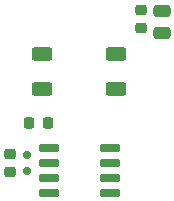
<source format=gbp>
%TF.GenerationSoftware,KiCad,Pcbnew,9.0.7*%
%TF.CreationDate,2026-01-27T18:23:45+01:00*%
%TF.ProjectId,NEMA17_FOC_Driver,4e454d41-3137-45f4-964f-435f44726976,rev?*%
%TF.SameCoordinates,Original*%
%TF.FileFunction,Paste,Bot*%
%TF.FilePolarity,Positive*%
%FSLAX46Y46*%
G04 Gerber Fmt 4.6, Leading zero omitted, Abs format (unit mm)*
G04 Created by KiCad (PCBNEW 9.0.7) date 2026-01-27 18:23:45*
%MOMM*%
%LPD*%
G01*
G04 APERTURE LIST*
G04 Aperture macros list*
%AMRoundRect*
0 Rectangle with rounded corners*
0 $1 Rounding radius*
0 $2 $3 $4 $5 $6 $7 $8 $9 X,Y pos of 4 corners*
0 Add a 4 corners polygon primitive as box body*
4,1,4,$2,$3,$4,$5,$6,$7,$8,$9,$2,$3,0*
0 Add four circle primitives for the rounded corners*
1,1,$1+$1,$2,$3*
1,1,$1+$1,$4,$5*
1,1,$1+$1,$6,$7*
1,1,$1+$1,$8,$9*
0 Add four rect primitives between the rounded corners*
20,1,$1+$1,$2,$3,$4,$5,0*
20,1,$1+$1,$4,$5,$6,$7,0*
20,1,$1+$1,$6,$7,$8,$9,0*
20,1,$1+$1,$8,$9,$2,$3,0*%
G04 Aperture macros list end*
%ADD10RoundRect,0.150000X-0.725000X-0.150000X0.725000X-0.150000X0.725000X0.150000X-0.725000X0.150000X0*%
%ADD11RoundRect,0.225000X-0.250000X0.225000X-0.250000X-0.225000X0.250000X-0.225000X0.250000X0.225000X0*%
%ADD12RoundRect,0.250000X-0.625000X0.312500X-0.625000X-0.312500X0.625000X-0.312500X0.625000X0.312500X0*%
%ADD13RoundRect,0.225000X0.250000X-0.225000X0.250000X0.225000X-0.250000X0.225000X-0.250000X-0.225000X0*%
%ADD14RoundRect,0.150000X-0.200000X0.150000X-0.200000X-0.150000X0.200000X-0.150000X0.200000X0.150000X0*%
%ADD15RoundRect,0.225000X0.225000X0.250000X-0.225000X0.250000X-0.225000X-0.250000X0.225000X-0.250000X0*%
%ADD16RoundRect,0.250000X-0.475000X0.250000X-0.475000X-0.250000X0.475000X-0.250000X0.475000X0.250000X0*%
G04 APERTURE END LIST*
D10*
%TO.C,U3*%
X162925000Y-76405000D03*
X162925000Y-75135000D03*
X162925000Y-73865000D03*
X162925000Y-72595000D03*
X168075000Y-72595000D03*
X168075000Y-73865000D03*
X168075000Y-75135000D03*
X168075000Y-76405000D03*
%TD*%
D11*
%TO.C,C2*%
X170760000Y-60955000D03*
X170760000Y-62505000D03*
%TD*%
D12*
%TO.C,RSENS1*%
X168650000Y-64697500D03*
X168650000Y-67622500D03*
%TD*%
D13*
%TO.C,C9*%
X159630000Y-74675000D03*
X159630000Y-73125000D03*
%TD*%
D14*
%TO.C,D1*%
X161100000Y-74600000D03*
X161100000Y-73200000D03*
%TD*%
D12*
%TO.C,RSENS2*%
X162380000Y-64697500D03*
X162380000Y-67622500D03*
%TD*%
D15*
%TO.C,C4*%
X162825000Y-70540000D03*
X161275000Y-70540000D03*
%TD*%
D16*
%TO.C,C3*%
X172490000Y-61000000D03*
X172490000Y-62900000D03*
%TD*%
M02*

</source>
